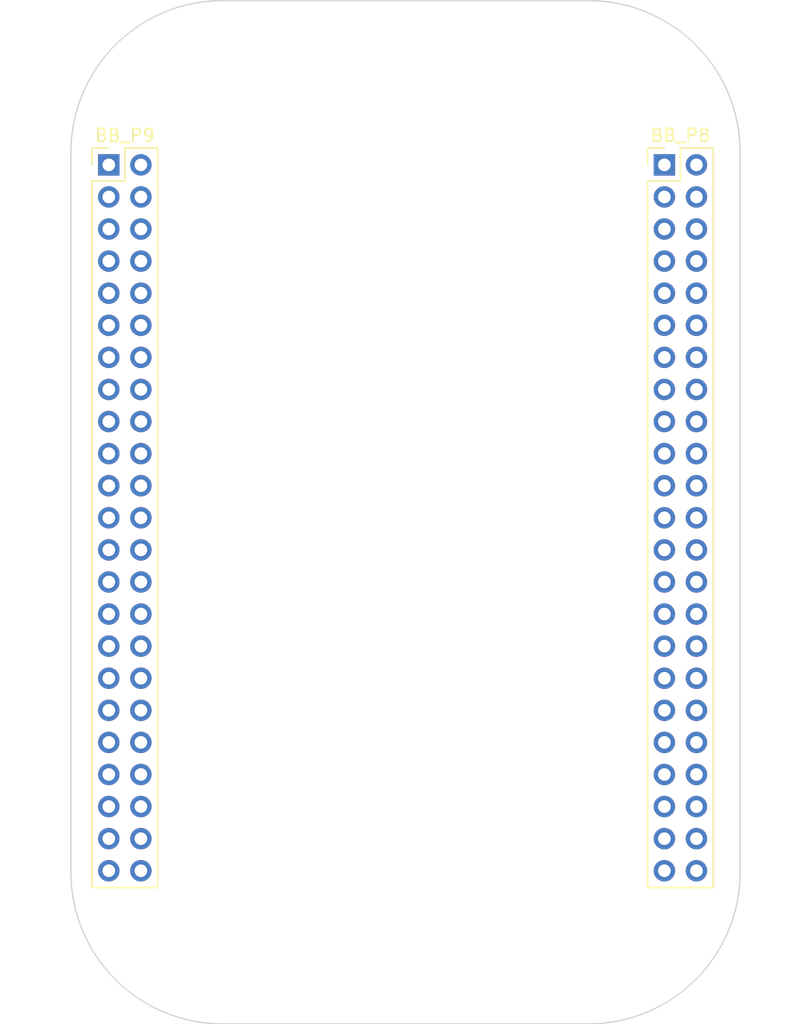
<source format=kicad_pcb>
(kicad_pcb (version 20171130) (host pcbnew 5.1.5+dfsg1-2build2)

  (general
    (thickness 1.6)
    (drawings 10)
    (tracks 0)
    (zones 0)
    (modules 2)
    (nets 85)
  )

  (page A4)
  (title_block
    (title "Democratic Sendcomm")
    (date 2020-11-20)
    (rev 0.9.0)
    (company "Europalab Devices")
    (comment 1 "Copyright © 2020, Europalab Devices")
    (comment 2 "Fulfilling requirements of 20200210")
    (comment 3 "Pending quality assurance testing")
    (comment 4 "Release revision for manufacturing")
  )

  (layers
    (0 F.Cu signal)
    (31 B.Cu signal)
    (32 B.Adhes user)
    (33 F.Adhes user)
    (34 B.Paste user)
    (35 F.Paste user)
    (36 B.SilkS user)
    (37 F.SilkS user)
    (38 B.Mask user)
    (39 F.Mask user)
    (40 Dwgs.User user)
    (41 Cmts.User user)
    (42 Eco1.User user)
    (43 Eco2.User user)
    (44 Edge.Cuts user)
    (45 Margin user)
    (46 B.CrtYd user)
    (47 F.CrtYd user)
    (48 B.Fab user)
    (49 F.Fab user)
  )

  (setup
    (last_trace_width 0.25)
    (trace_clearance 0.2)
    (zone_clearance 0.508)
    (zone_45_only no)
    (trace_min 0.2)
    (via_size 0.6)
    (via_drill 0.4)
    (via_min_size 0.4)
    (via_min_drill 0.3)
    (uvia_size 0.3)
    (uvia_drill 0.1)
    (uvias_allowed no)
    (uvia_min_size 0.2)
    (uvia_min_drill 0.1)
    (edge_width 0.00254)
    (segment_width 0.2)
    (pcb_text_width 0.3)
    (pcb_text_size 1.5 1.5)
    (mod_edge_width 0.15)
    (mod_text_size 1 1)
    (mod_text_width 0.15)
    (pad_size 1.7272 1.7272)
    (pad_drill 1.016)
    (pad_to_mask_clearance 0)
    (aux_axis_origin 0 0)
    (visible_elements 7FFFFFFF)
    (pcbplotparams
      (layerselection 0x01030_80000001)
      (usegerberextensions false)
      (usegerberattributes false)
      (usegerberadvancedattributes false)
      (creategerberjobfile false)
      (excludeedgelayer true)
      (linewidth 0.100000)
      (plotframeref false)
      (viasonmask false)
      (mode 1)
      (useauxorigin false)
      (hpglpennumber 1)
      (hpglpenspeed 20)
      (hpglpendiameter 15.000000)
      (psnegative false)
      (psa4output false)
      (plotreference true)
      (plotvalue true)
      (plotinvisibletext false)
      (padsonsilk false)
      (subtractmaskfromsilk false)
      (outputformat 4)
      (mirror false)
      (drillshape 0)
      (scaleselection 1)
      (outputdirectory ""))
  )

  (net 0 "")
  (net 1 GND)
  (net 2 "Net-(BB_P8-Pad46)")
  (net 3 "Net-(BB_P8-Pad45)")
  (net 4 "Net-(BB_P8-Pad44)")
  (net 5 "Net-(BB_P8-Pad43)")
  (net 6 "Net-(BB_P8-Pad42)")
  (net 7 "Net-(BB_P8-Pad41)")
  (net 8 "Net-(BB_P8-Pad40)")
  (net 9 "Net-(BB_P8-Pad39)")
  (net 10 "Net-(BB_P8-Pad38)")
  (net 11 "Net-(BB_P8-Pad37)")
  (net 12 "Net-(BB_P8-Pad36)")
  (net 13 "Net-(BB_P8-Pad35)")
  (net 14 "Net-(BB_P8-Pad34)")
  (net 15 "Net-(BB_P8-Pad33)")
  (net 16 "Net-(BB_P8-Pad32)")
  (net 17 "Net-(BB_P8-Pad31)")
  (net 18 "Net-(BB_P8-Pad30)")
  (net 19 "Net-(BB_P8-Pad29)")
  (net 20 "Net-(BB_P8-Pad28)")
  (net 21 "Net-(BB_P8-Pad27)")
  (net 22 "Net-(BB_P8-Pad26)")
  (net 23 "Net-(BB_P8-Pad25)")
  (net 24 "Net-(BB_P8-Pad24)")
  (net 25 "Net-(BB_P8-Pad23)")
  (net 26 "Net-(BB_P8-Pad22)")
  (net 27 "Net-(BB_P8-Pad21)")
  (net 28 "Net-(BB_P8-Pad20)")
  (net 29 "Net-(BB_P8-Pad19)")
  (net 30 "Net-(BB_P8-Pad18)")
  (net 31 "Net-(BB_P8-Pad17)")
  (net 32 "Net-(BB_P8-Pad16)")
  (net 33 "Net-(BB_P8-Pad15)")
  (net 34 "Net-(BB_P8-Pad14)")
  (net 35 "Net-(BB_P8-Pad13)")
  (net 36 "Net-(BB_P8-Pad12)")
  (net 37 "Net-(BB_P8-Pad11)")
  (net 38 "Net-(BB_P8-Pad10)")
  (net 39 "Net-(BB_P8-Pad9)")
  (net 40 "Net-(BB_P8-Pad8)")
  (net 41 "Net-(BB_P8-Pad7)")
  (net 42 "Net-(BB_P8-Pad6)")
  (net 43 "Net-(BB_P8-Pad5)")
  (net 44 "Net-(BB_P8-Pad4)")
  (net 45 "Net-(BB_P8-Pad3)")
  (net 46 +3V3)
  (net 47 "Net-(BB_P9-Pad5)")
  (net 48 "Net-(BB_P9-Pad6)")
  (net 49 "Net-(BB_P9-Pad7)")
  (net 50 "Net-(BB_P9-Pad8)")
  (net 51 "Net-(BB_P9-Pad9)")
  (net 52 "Net-(BB_P9-Pad10)")
  (net 53 "Net-(BB_P9-Pad11)")
  (net 54 "Net-(BB_P9-Pad12)")
  (net 55 "Net-(BB_P9-Pad13)")
  (net 56 "Net-(BB_P9-Pad14)")
  (net 57 "Net-(BB_P9-Pad15)")
  (net 58 "Net-(BB_P9-Pad16)")
  (net 59 "Net-(BB_P9-Pad17)")
  (net 60 "Net-(BB_P9-Pad18)")
  (net 61 "Net-(BB_P9-Pad19)")
  (net 62 "Net-(BB_P9-Pad20)")
  (net 63 "Net-(BB_P9-Pad21)")
  (net 64 "Net-(BB_P9-Pad22)")
  (net 65 "Net-(BB_P9-Pad23)")
  (net 66 EXT_UART_RX)
  (net 67 "Net-(BB_P9-Pad25)")
  (net 68 EXT_UART_TX)
  (net 69 "Net-(BB_P9-Pad27)")
  (net 70 "Net-(BB_P9-Pad28)")
  (net 71 "Net-(BB_P9-Pad29)")
  (net 72 "Net-(BB_P9-Pad30)")
  (net 73 "Net-(BB_P9-Pad31)")
  (net 74 "Net-(BB_P9-Pad32)")
  (net 75 "Net-(BB_P9-Pad33)")
  (net 76 "Net-(BB_P9-Pad34)")
  (net 77 "Net-(BB_P9-Pad35)")
  (net 78 "Net-(BB_P9-Pad36)")
  (net 79 "Net-(BB_P9-Pad37)")
  (net 80 "Net-(BB_P9-Pad38)")
  (net 81 "Net-(BB_P9-Pad39)")
  (net 82 "Net-(BB_P9-Pad40)")
  (net 83 "Net-(BB_P9-Pad41)")
  (net 84 "Net-(BB_P9-Pad42)")

  (net_class Default "To jest domyślna klasa połączeń."
    (clearance 0.2)
    (trace_width 0.25)
    (via_dia 0.6)
    (via_drill 0.4)
    (uvia_dia 0.3)
    (uvia_drill 0.1)
    (add_net +3V3)
    (add_net EXT_UART_RX)
    (add_net EXT_UART_TX)
    (add_net GND)
    (add_net "Net-(BB_P8-Pad10)")
    (add_net "Net-(BB_P8-Pad11)")
    (add_net "Net-(BB_P8-Pad12)")
    (add_net "Net-(BB_P8-Pad13)")
    (add_net "Net-(BB_P8-Pad14)")
    (add_net "Net-(BB_P8-Pad15)")
    (add_net "Net-(BB_P8-Pad16)")
    (add_net "Net-(BB_P8-Pad17)")
    (add_net "Net-(BB_P8-Pad18)")
    (add_net "Net-(BB_P8-Pad19)")
    (add_net "Net-(BB_P8-Pad20)")
    (add_net "Net-(BB_P8-Pad21)")
    (add_net "Net-(BB_P8-Pad22)")
    (add_net "Net-(BB_P8-Pad23)")
    (add_net "Net-(BB_P8-Pad24)")
    (add_net "Net-(BB_P8-Pad25)")
    (add_net "Net-(BB_P8-Pad26)")
    (add_net "Net-(BB_P8-Pad27)")
    (add_net "Net-(BB_P8-Pad28)")
    (add_net "Net-(BB_P8-Pad29)")
    (add_net "Net-(BB_P8-Pad3)")
    (add_net "Net-(BB_P8-Pad30)")
    (add_net "Net-(BB_P8-Pad31)")
    (add_net "Net-(BB_P8-Pad32)")
    (add_net "Net-(BB_P8-Pad33)")
    (add_net "Net-(BB_P8-Pad34)")
    (add_net "Net-(BB_P8-Pad35)")
    (add_net "Net-(BB_P8-Pad36)")
    (add_net "Net-(BB_P8-Pad37)")
    (add_net "Net-(BB_P8-Pad38)")
    (add_net "Net-(BB_P8-Pad39)")
    (add_net "Net-(BB_P8-Pad4)")
    (add_net "Net-(BB_P8-Pad40)")
    (add_net "Net-(BB_P8-Pad41)")
    (add_net "Net-(BB_P8-Pad42)")
    (add_net "Net-(BB_P8-Pad43)")
    (add_net "Net-(BB_P8-Pad44)")
    (add_net "Net-(BB_P8-Pad45)")
    (add_net "Net-(BB_P8-Pad46)")
    (add_net "Net-(BB_P8-Pad5)")
    (add_net "Net-(BB_P8-Pad6)")
    (add_net "Net-(BB_P8-Pad7)")
    (add_net "Net-(BB_P8-Pad8)")
    (add_net "Net-(BB_P8-Pad9)")
    (add_net "Net-(BB_P9-Pad10)")
    (add_net "Net-(BB_P9-Pad11)")
    (add_net "Net-(BB_P9-Pad12)")
    (add_net "Net-(BB_P9-Pad13)")
    (add_net "Net-(BB_P9-Pad14)")
    (add_net "Net-(BB_P9-Pad15)")
    (add_net "Net-(BB_P9-Pad16)")
    (add_net "Net-(BB_P9-Pad17)")
    (add_net "Net-(BB_P9-Pad18)")
    (add_net "Net-(BB_P9-Pad19)")
    (add_net "Net-(BB_P9-Pad20)")
    (add_net "Net-(BB_P9-Pad21)")
    (add_net "Net-(BB_P9-Pad22)")
    (add_net "Net-(BB_P9-Pad23)")
    (add_net "Net-(BB_P9-Pad25)")
    (add_net "Net-(BB_P9-Pad27)")
    (add_net "Net-(BB_P9-Pad28)")
    (add_net "Net-(BB_P9-Pad29)")
    (add_net "Net-(BB_P9-Pad30)")
    (add_net "Net-(BB_P9-Pad31)")
    (add_net "Net-(BB_P9-Pad32)")
    (add_net "Net-(BB_P9-Pad33)")
    (add_net "Net-(BB_P9-Pad34)")
    (add_net "Net-(BB_P9-Pad35)")
    (add_net "Net-(BB_P9-Pad36)")
    (add_net "Net-(BB_P9-Pad37)")
    (add_net "Net-(BB_P9-Pad38)")
    (add_net "Net-(BB_P9-Pad39)")
    (add_net "Net-(BB_P9-Pad40)")
    (add_net "Net-(BB_P9-Pad41)")
    (add_net "Net-(BB_P9-Pad42)")
    (add_net "Net-(BB_P9-Pad5)")
    (add_net "Net-(BB_P9-Pad6)")
    (add_net "Net-(BB_P9-Pad7)")
    (add_net "Net-(BB_P9-Pad8)")
    (add_net "Net-(BB_P9-Pad9)")
  )

  (module Connector_PinHeader_2.54mm:PinHeader_2x23_P2.54mm_Vertical (layer F.Cu) (tedit 59FED5CC) (tstamp 5FC73FD0)
    (at 167 73)
    (descr "Through hole straight pin header, 2x23, 2.54mm pitch, double rows")
    (tags "Through hole pin header THT 2x23 2.54mm double row")
    (path /5FC6F79F/55DF7DE1)
    (fp_text reference BB_P8 (at 1.27 -2.33) (layer F.SilkS)
      (effects (font (size 1 1) (thickness 0.15)))
    )
    (fp_text value BeagleBone_Black_Header (at 1.27 58.21) (layer F.Fab)
      (effects (font (size 1 1) (thickness 0.15)))
    )
    (fp_text user %R (at 1.27 27.94 90) (layer F.Fab)
      (effects (font (size 1 1) (thickness 0.15)))
    )
    (fp_line (start 4.35 -1.8) (end -1.8 -1.8) (layer F.CrtYd) (width 0.05))
    (fp_line (start 4.35 57.65) (end 4.35 -1.8) (layer F.CrtYd) (width 0.05))
    (fp_line (start -1.8 57.65) (end 4.35 57.65) (layer F.CrtYd) (width 0.05))
    (fp_line (start -1.8 -1.8) (end -1.8 57.65) (layer F.CrtYd) (width 0.05))
    (fp_line (start -1.33 -1.33) (end 0 -1.33) (layer F.SilkS) (width 0.12))
    (fp_line (start -1.33 0) (end -1.33 -1.33) (layer F.SilkS) (width 0.12))
    (fp_line (start 1.27 -1.33) (end 3.87 -1.33) (layer F.SilkS) (width 0.12))
    (fp_line (start 1.27 1.27) (end 1.27 -1.33) (layer F.SilkS) (width 0.12))
    (fp_line (start -1.33 1.27) (end 1.27 1.27) (layer F.SilkS) (width 0.12))
    (fp_line (start 3.87 -1.33) (end 3.87 57.21) (layer F.SilkS) (width 0.12))
    (fp_line (start -1.33 1.27) (end -1.33 57.21) (layer F.SilkS) (width 0.12))
    (fp_line (start -1.33 57.21) (end 3.87 57.21) (layer F.SilkS) (width 0.12))
    (fp_line (start -1.27 0) (end 0 -1.27) (layer F.Fab) (width 0.1))
    (fp_line (start -1.27 57.15) (end -1.27 0) (layer F.Fab) (width 0.1))
    (fp_line (start 3.81 57.15) (end -1.27 57.15) (layer F.Fab) (width 0.1))
    (fp_line (start 3.81 -1.27) (end 3.81 57.15) (layer F.Fab) (width 0.1))
    (fp_line (start 0 -1.27) (end 3.81 -1.27) (layer F.Fab) (width 0.1))
    (pad 46 thru_hole oval (at 2.54 55.88) (size 1.7 1.7) (drill 1) (layers *.Cu *.Mask)
      (net 2 "Net-(BB_P8-Pad46)"))
    (pad 45 thru_hole oval (at 0 55.88) (size 1.7 1.7) (drill 1) (layers *.Cu *.Mask)
      (net 3 "Net-(BB_P8-Pad45)"))
    (pad 44 thru_hole oval (at 2.54 53.34) (size 1.7 1.7) (drill 1) (layers *.Cu *.Mask)
      (net 4 "Net-(BB_P8-Pad44)"))
    (pad 43 thru_hole oval (at 0 53.34) (size 1.7 1.7) (drill 1) (layers *.Cu *.Mask)
      (net 5 "Net-(BB_P8-Pad43)"))
    (pad 42 thru_hole oval (at 2.54 50.8) (size 1.7 1.7) (drill 1) (layers *.Cu *.Mask)
      (net 6 "Net-(BB_P8-Pad42)"))
    (pad 41 thru_hole oval (at 0 50.8) (size 1.7 1.7) (drill 1) (layers *.Cu *.Mask)
      (net 7 "Net-(BB_P8-Pad41)"))
    (pad 40 thru_hole oval (at 2.54 48.26) (size 1.7 1.7) (drill 1) (layers *.Cu *.Mask)
      (net 8 "Net-(BB_P8-Pad40)"))
    (pad 39 thru_hole oval (at 0 48.26) (size 1.7 1.7) (drill 1) (layers *.Cu *.Mask)
      (net 9 "Net-(BB_P8-Pad39)"))
    (pad 38 thru_hole oval (at 2.54 45.72) (size 1.7 1.7) (drill 1) (layers *.Cu *.Mask)
      (net 10 "Net-(BB_P8-Pad38)"))
    (pad 37 thru_hole oval (at 0 45.72) (size 1.7 1.7) (drill 1) (layers *.Cu *.Mask)
      (net 11 "Net-(BB_P8-Pad37)"))
    (pad 36 thru_hole oval (at 2.54 43.18) (size 1.7 1.7) (drill 1) (layers *.Cu *.Mask)
      (net 12 "Net-(BB_P8-Pad36)"))
    (pad 35 thru_hole oval (at 0 43.18) (size 1.7 1.7) (drill 1) (layers *.Cu *.Mask)
      (net 13 "Net-(BB_P8-Pad35)"))
    (pad 34 thru_hole oval (at 2.54 40.64) (size 1.7 1.7) (drill 1) (layers *.Cu *.Mask)
      (net 14 "Net-(BB_P8-Pad34)"))
    (pad 33 thru_hole oval (at 0 40.64) (size 1.7 1.7) (drill 1) (layers *.Cu *.Mask)
      (net 15 "Net-(BB_P8-Pad33)"))
    (pad 32 thru_hole oval (at 2.54 38.1) (size 1.7 1.7) (drill 1) (layers *.Cu *.Mask)
      (net 16 "Net-(BB_P8-Pad32)"))
    (pad 31 thru_hole oval (at 0 38.1) (size 1.7 1.7) (drill 1) (layers *.Cu *.Mask)
      (net 17 "Net-(BB_P8-Pad31)"))
    (pad 30 thru_hole oval (at 2.54 35.56) (size 1.7 1.7) (drill 1) (layers *.Cu *.Mask)
      (net 18 "Net-(BB_P8-Pad30)"))
    (pad 29 thru_hole oval (at 0 35.56) (size 1.7 1.7) (drill 1) (layers *.Cu *.Mask)
      (net 19 "Net-(BB_P8-Pad29)"))
    (pad 28 thru_hole oval (at 2.54 33.02) (size 1.7 1.7) (drill 1) (layers *.Cu *.Mask)
      (net 20 "Net-(BB_P8-Pad28)"))
    (pad 27 thru_hole oval (at 0 33.02) (size 1.7 1.7) (drill 1) (layers *.Cu *.Mask)
      (net 21 "Net-(BB_P8-Pad27)"))
    (pad 26 thru_hole oval (at 2.54 30.48) (size 1.7 1.7) (drill 1) (layers *.Cu *.Mask)
      (net 22 "Net-(BB_P8-Pad26)"))
    (pad 25 thru_hole oval (at 0 30.48) (size 1.7 1.7) (drill 1) (layers *.Cu *.Mask)
      (net 23 "Net-(BB_P8-Pad25)"))
    (pad 24 thru_hole oval (at 2.54 27.94) (size 1.7 1.7) (drill 1) (layers *.Cu *.Mask)
      (net 24 "Net-(BB_P8-Pad24)"))
    (pad 23 thru_hole oval (at 0 27.94) (size 1.7 1.7) (drill 1) (layers *.Cu *.Mask)
      (net 25 "Net-(BB_P8-Pad23)"))
    (pad 22 thru_hole oval (at 2.54 25.4) (size 1.7 1.7) (drill 1) (layers *.Cu *.Mask)
      (net 26 "Net-(BB_P8-Pad22)"))
    (pad 21 thru_hole oval (at 0 25.4) (size 1.7 1.7) (drill 1) (layers *.Cu *.Mask)
      (net 27 "Net-(BB_P8-Pad21)"))
    (pad 20 thru_hole oval (at 2.54 22.86) (size 1.7 1.7) (drill 1) (layers *.Cu *.Mask)
      (net 28 "Net-(BB_P8-Pad20)"))
    (pad 19 thru_hole oval (at 0 22.86) (size 1.7 1.7) (drill 1) (layers *.Cu *.Mask)
      (net 29 "Net-(BB_P8-Pad19)"))
    (pad 18 thru_hole oval (at 2.54 20.32) (size 1.7 1.7) (drill 1) (layers *.Cu *.Mask)
      (net 30 "Net-(BB_P8-Pad18)"))
    (pad 17 thru_hole oval (at 0 20.32) (size 1.7 1.7) (drill 1) (layers *.Cu *.Mask)
      (net 31 "Net-(BB_P8-Pad17)"))
    (pad 16 thru_hole oval (at 2.54 17.78) (size 1.7 1.7) (drill 1) (layers *.Cu *.Mask)
      (net 32 "Net-(BB_P8-Pad16)"))
    (pad 15 thru_hole oval (at 0 17.78) (size 1.7 1.7) (drill 1) (layers *.Cu *.Mask)
      (net 33 "Net-(BB_P8-Pad15)"))
    (pad 14 thru_hole oval (at 2.54 15.24) (size 1.7 1.7) (drill 1) (layers *.Cu *.Mask)
      (net 34 "Net-(BB_P8-Pad14)"))
    (pad 13 thru_hole oval (at 0 15.24) (size 1.7 1.7) (drill 1) (layers *.Cu *.Mask)
      (net 35 "Net-(BB_P8-Pad13)"))
    (pad 12 thru_hole oval (at 2.54 12.7) (size 1.7 1.7) (drill 1) (layers *.Cu *.Mask)
      (net 36 "Net-(BB_P8-Pad12)"))
    (pad 11 thru_hole oval (at 0 12.7) (size 1.7 1.7) (drill 1) (layers *.Cu *.Mask)
      (net 37 "Net-(BB_P8-Pad11)"))
    (pad 10 thru_hole oval (at 2.54 10.16) (size 1.7 1.7) (drill 1) (layers *.Cu *.Mask)
      (net 38 "Net-(BB_P8-Pad10)"))
    (pad 9 thru_hole oval (at 0 10.16) (size 1.7 1.7) (drill 1) (layers *.Cu *.Mask)
      (net 39 "Net-(BB_P8-Pad9)"))
    (pad 8 thru_hole oval (at 2.54 7.62) (size 1.7 1.7) (drill 1) (layers *.Cu *.Mask)
      (net 40 "Net-(BB_P8-Pad8)"))
    (pad 7 thru_hole oval (at 0 7.62) (size 1.7 1.7) (drill 1) (layers *.Cu *.Mask)
      (net 41 "Net-(BB_P8-Pad7)"))
    (pad 6 thru_hole oval (at 2.54 5.08) (size 1.7 1.7) (drill 1) (layers *.Cu *.Mask)
      (net 42 "Net-(BB_P8-Pad6)"))
    (pad 5 thru_hole oval (at 0 5.08) (size 1.7 1.7) (drill 1) (layers *.Cu *.Mask)
      (net 43 "Net-(BB_P8-Pad5)"))
    (pad 4 thru_hole oval (at 2.54 2.54) (size 1.7 1.7) (drill 1) (layers *.Cu *.Mask)
      (net 44 "Net-(BB_P8-Pad4)"))
    (pad 3 thru_hole oval (at 0 2.54) (size 1.7 1.7) (drill 1) (layers *.Cu *.Mask)
      (net 45 "Net-(BB_P8-Pad3)"))
    (pad 2 thru_hole oval (at 2.54 0) (size 1.7 1.7) (drill 1) (layers *.Cu *.Mask)
      (net 1 GND))
    (pad 1 thru_hole rect (at 0 0) (size 1.7 1.7) (drill 1) (layers *.Cu *.Mask)
      (net 1 GND))
    (model ${KISYS3DMOD}/Connector_PinHeader_2.54mm.3dshapes/PinHeader_2x23_P2.54mm_Vertical.wrl
      (at (xyz 0 0 0))
      (scale (xyz 1 1 1))
      (rotate (xyz 0 0 0))
    )
  )

  (module Connector_PinHeader_2.54mm:PinHeader_2x23_P2.54mm_Vertical (layer F.Cu) (tedit 59FED5CC) (tstamp 5FC74014)
    (at 123 73)
    (descr "Through hole straight pin header, 2x23, 2.54mm pitch, double rows")
    (tags "Through hole pin header THT 2x23 2.54mm double row")
    (path /5FC6F79F/55DF7DBA)
    (fp_text reference BB_P9 (at 1.27 -2.33) (layer F.SilkS)
      (effects (font (size 1 1) (thickness 0.15)))
    )
    (fp_text value BeagleBone_Black_Header (at 1.27 58.21) (layer F.Fab)
      (effects (font (size 1 1) (thickness 0.15)))
    )
    (fp_line (start 0 -1.27) (end 3.81 -1.27) (layer F.Fab) (width 0.1))
    (fp_line (start 3.81 -1.27) (end 3.81 57.15) (layer F.Fab) (width 0.1))
    (fp_line (start 3.81 57.15) (end -1.27 57.15) (layer F.Fab) (width 0.1))
    (fp_line (start -1.27 57.15) (end -1.27 0) (layer F.Fab) (width 0.1))
    (fp_line (start -1.27 0) (end 0 -1.27) (layer F.Fab) (width 0.1))
    (fp_line (start -1.33 57.21) (end 3.87 57.21) (layer F.SilkS) (width 0.12))
    (fp_line (start -1.33 1.27) (end -1.33 57.21) (layer F.SilkS) (width 0.12))
    (fp_line (start 3.87 -1.33) (end 3.87 57.21) (layer F.SilkS) (width 0.12))
    (fp_line (start -1.33 1.27) (end 1.27 1.27) (layer F.SilkS) (width 0.12))
    (fp_line (start 1.27 1.27) (end 1.27 -1.33) (layer F.SilkS) (width 0.12))
    (fp_line (start 1.27 -1.33) (end 3.87 -1.33) (layer F.SilkS) (width 0.12))
    (fp_line (start -1.33 0) (end -1.33 -1.33) (layer F.SilkS) (width 0.12))
    (fp_line (start -1.33 -1.33) (end 0 -1.33) (layer F.SilkS) (width 0.12))
    (fp_line (start -1.8 -1.8) (end -1.8 57.65) (layer F.CrtYd) (width 0.05))
    (fp_line (start -1.8 57.65) (end 4.35 57.65) (layer F.CrtYd) (width 0.05))
    (fp_line (start 4.35 57.65) (end 4.35 -1.8) (layer F.CrtYd) (width 0.05))
    (fp_line (start 4.35 -1.8) (end -1.8 -1.8) (layer F.CrtYd) (width 0.05))
    (fp_text user %R (at 1.27 27.94 90) (layer F.Fab)
      (effects (font (size 1 1) (thickness 0.15)))
    )
    (pad 1 thru_hole rect (at 0 0) (size 1.7 1.7) (drill 1) (layers *.Cu *.Mask)
      (net 1 GND))
    (pad 2 thru_hole oval (at 2.54 0) (size 1.7 1.7) (drill 1) (layers *.Cu *.Mask)
      (net 1 GND))
    (pad 3 thru_hole oval (at 0 2.54) (size 1.7 1.7) (drill 1) (layers *.Cu *.Mask)
      (net 46 +3V3))
    (pad 4 thru_hole oval (at 2.54 2.54) (size 1.7 1.7) (drill 1) (layers *.Cu *.Mask)
      (net 46 +3V3))
    (pad 5 thru_hole oval (at 0 5.08) (size 1.7 1.7) (drill 1) (layers *.Cu *.Mask)
      (net 47 "Net-(BB_P9-Pad5)"))
    (pad 6 thru_hole oval (at 2.54 5.08) (size 1.7 1.7) (drill 1) (layers *.Cu *.Mask)
      (net 48 "Net-(BB_P9-Pad6)"))
    (pad 7 thru_hole oval (at 0 7.62) (size 1.7 1.7) (drill 1) (layers *.Cu *.Mask)
      (net 49 "Net-(BB_P9-Pad7)"))
    (pad 8 thru_hole oval (at 2.54 7.62) (size 1.7 1.7) (drill 1) (layers *.Cu *.Mask)
      (net 50 "Net-(BB_P9-Pad8)"))
    (pad 9 thru_hole oval (at 0 10.16) (size 1.7 1.7) (drill 1) (layers *.Cu *.Mask)
      (net 51 "Net-(BB_P9-Pad9)"))
    (pad 10 thru_hole oval (at 2.54 10.16) (size 1.7 1.7) (drill 1) (layers *.Cu *.Mask)
      (net 52 "Net-(BB_P9-Pad10)"))
    (pad 11 thru_hole oval (at 0 12.7) (size 1.7 1.7) (drill 1) (layers *.Cu *.Mask)
      (net 53 "Net-(BB_P9-Pad11)"))
    (pad 12 thru_hole oval (at 2.54 12.7) (size 1.7 1.7) (drill 1) (layers *.Cu *.Mask)
      (net 54 "Net-(BB_P9-Pad12)"))
    (pad 13 thru_hole oval (at 0 15.24) (size 1.7 1.7) (drill 1) (layers *.Cu *.Mask)
      (net 55 "Net-(BB_P9-Pad13)"))
    (pad 14 thru_hole oval (at 2.54 15.24) (size 1.7 1.7) (drill 1) (layers *.Cu *.Mask)
      (net 56 "Net-(BB_P9-Pad14)"))
    (pad 15 thru_hole oval (at 0 17.78) (size 1.7 1.7) (drill 1) (layers *.Cu *.Mask)
      (net 57 "Net-(BB_P9-Pad15)"))
    (pad 16 thru_hole oval (at 2.54 17.78) (size 1.7 1.7) (drill 1) (layers *.Cu *.Mask)
      (net 58 "Net-(BB_P9-Pad16)"))
    (pad 17 thru_hole oval (at 0 20.32) (size 1.7 1.7) (drill 1) (layers *.Cu *.Mask)
      (net 59 "Net-(BB_P9-Pad17)"))
    (pad 18 thru_hole oval (at 2.54 20.32) (size 1.7 1.7) (drill 1) (layers *.Cu *.Mask)
      (net 60 "Net-(BB_P9-Pad18)"))
    (pad 19 thru_hole oval (at 0 22.86) (size 1.7 1.7) (drill 1) (layers *.Cu *.Mask)
      (net 61 "Net-(BB_P9-Pad19)"))
    (pad 20 thru_hole oval (at 2.54 22.86) (size 1.7 1.7) (drill 1) (layers *.Cu *.Mask)
      (net 62 "Net-(BB_P9-Pad20)"))
    (pad 21 thru_hole oval (at 0 25.4) (size 1.7 1.7) (drill 1) (layers *.Cu *.Mask)
      (net 63 "Net-(BB_P9-Pad21)"))
    (pad 22 thru_hole oval (at 2.54 25.4) (size 1.7 1.7) (drill 1) (layers *.Cu *.Mask)
      (net 64 "Net-(BB_P9-Pad22)"))
    (pad 23 thru_hole oval (at 0 27.94) (size 1.7 1.7) (drill 1) (layers *.Cu *.Mask)
      (net 65 "Net-(BB_P9-Pad23)"))
    (pad 24 thru_hole oval (at 2.54 27.94) (size 1.7 1.7) (drill 1) (layers *.Cu *.Mask)
      (net 66 EXT_UART_RX))
    (pad 25 thru_hole oval (at 0 30.48) (size 1.7 1.7) (drill 1) (layers *.Cu *.Mask)
      (net 67 "Net-(BB_P9-Pad25)"))
    (pad 26 thru_hole oval (at 2.54 30.48) (size 1.7 1.7) (drill 1) (layers *.Cu *.Mask)
      (net 68 EXT_UART_TX))
    (pad 27 thru_hole oval (at 0 33.02) (size 1.7 1.7) (drill 1) (layers *.Cu *.Mask)
      (net 69 "Net-(BB_P9-Pad27)"))
    (pad 28 thru_hole oval (at 2.54 33.02) (size 1.7 1.7) (drill 1) (layers *.Cu *.Mask)
      (net 70 "Net-(BB_P9-Pad28)"))
    (pad 29 thru_hole oval (at 0 35.56) (size 1.7 1.7) (drill 1) (layers *.Cu *.Mask)
      (net 71 "Net-(BB_P9-Pad29)"))
    (pad 30 thru_hole oval (at 2.54 35.56) (size 1.7 1.7) (drill 1) (layers *.Cu *.Mask)
      (net 72 "Net-(BB_P9-Pad30)"))
    (pad 31 thru_hole oval (at 0 38.1) (size 1.7 1.7) (drill 1) (layers *.Cu *.Mask)
      (net 73 "Net-(BB_P9-Pad31)"))
    (pad 32 thru_hole oval (at 2.54 38.1) (size 1.7 1.7) (drill 1) (layers *.Cu *.Mask)
      (net 74 "Net-(BB_P9-Pad32)"))
    (pad 33 thru_hole oval (at 0 40.64) (size 1.7 1.7) (drill 1) (layers *.Cu *.Mask)
      (net 75 "Net-(BB_P9-Pad33)"))
    (pad 34 thru_hole oval (at 2.54 40.64) (size 1.7 1.7) (drill 1) (layers *.Cu *.Mask)
      (net 76 "Net-(BB_P9-Pad34)"))
    (pad 35 thru_hole oval (at 0 43.18) (size 1.7 1.7) (drill 1) (layers *.Cu *.Mask)
      (net 77 "Net-(BB_P9-Pad35)"))
    (pad 36 thru_hole oval (at 2.54 43.18) (size 1.7 1.7) (drill 1) (layers *.Cu *.Mask)
      (net 78 "Net-(BB_P9-Pad36)"))
    (pad 37 thru_hole oval (at 0 45.72) (size 1.7 1.7) (drill 1) (layers *.Cu *.Mask)
      (net 79 "Net-(BB_P9-Pad37)"))
    (pad 38 thru_hole oval (at 2.54 45.72) (size 1.7 1.7) (drill 1) (layers *.Cu *.Mask)
      (net 80 "Net-(BB_P9-Pad38)"))
    (pad 39 thru_hole oval (at 0 48.26) (size 1.7 1.7) (drill 1) (layers *.Cu *.Mask)
      (net 81 "Net-(BB_P9-Pad39)"))
    (pad 40 thru_hole oval (at 2.54 48.26) (size 1.7 1.7) (drill 1) (layers *.Cu *.Mask)
      (net 82 "Net-(BB_P9-Pad40)"))
    (pad 41 thru_hole oval (at 0 50.8) (size 1.7 1.7) (drill 1) (layers *.Cu *.Mask)
      (net 83 "Net-(BB_P9-Pad41)"))
    (pad 42 thru_hole oval (at 2.54 50.8) (size 1.7 1.7) (drill 1) (layers *.Cu *.Mask)
      (net 84 "Net-(BB_P9-Pad42)"))
    (pad 43 thru_hole oval (at 0 53.34) (size 1.7 1.7) (drill 1) (layers *.Cu *.Mask)
      (net 1 GND))
    (pad 44 thru_hole oval (at 2.54 53.34) (size 1.7 1.7) (drill 1) (layers *.Cu *.Mask)
      (net 1 GND))
    (pad 45 thru_hole oval (at 0 55.88) (size 1.7 1.7) (drill 1) (layers *.Cu *.Mask)
      (net 1 GND))
    (pad 46 thru_hole oval (at 2.54 55.88) (size 1.7 1.7) (drill 1) (layers *.Cu *.Mask)
      (net 1 GND))
    (model ${KISYS3DMOD}/Connector_PinHeader_2.54mm.3dshapes/PinHeader_2x23_P2.54mm_Vertical.wrl
      (at (xyz 0 0 0))
      (scale (xyz 1 1 1))
      (rotate (xyz 0 0 0))
    )
  )

  (gr_line (start 132 119) (end 162 119) (layer Dwgs.User) (width 0.15))
  (gr_text "Correction Needed" (at 146 125) (layer Dwgs.User)
    (effects (font (size 2 2) (thickness 0.5)))
  )
  (gr_arc (start 132 129) (end 120 129) (angle -90) (layer Edge.Cuts) (width 0.1) (tstamp 5FC6C3F5))
  (gr_arc (start 132 72) (end 132 60) (angle -90) (layer Edge.Cuts) (width 0.1) (tstamp 5FC6C3F1))
  (gr_arc (start 161 72) (end 173 72) (angle -90) (layer Edge.Cuts) (width 0.1) (tstamp 5FC6C3E9))
  (gr_arc (start 161 129) (end 161 141) (angle -90) (layer Edge.Cuts) (width 0.1))
  (gr_line (start 161 60) (end 132 60) (layer Edge.Cuts) (width 0.1) (tstamp 5FC64220))
  (gr_line (start 173 129) (end 173 72) (layer Edge.Cuts) (width 0.1))
  (gr_line (start 132 141) (end 161 141) (layer Edge.Cuts) (width 0.1))
  (gr_line (start 120 72) (end 120 129) (layer Edge.Cuts) (width 0.1))

)

</source>
